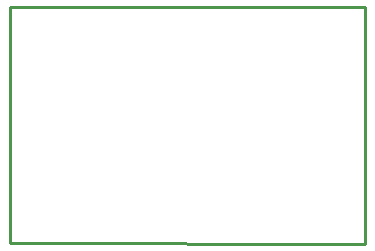
<source format=gbr>
G04 EAGLE Gerber RS-274X export*
G75*
%MOMM*%
%FSLAX34Y34*%
%LPD*%
%IN*%
%IPPOS*%
%AMOC8*
5,1,8,0,0,1.08239X$1,22.5*%
G01*
%ADD10C,0.254000*%


D10*
X0Y0D02*
X299960Y-40D01*
X300000Y200000D01*
X0Y200000D01*
X0Y0D01*
M02*

</source>
